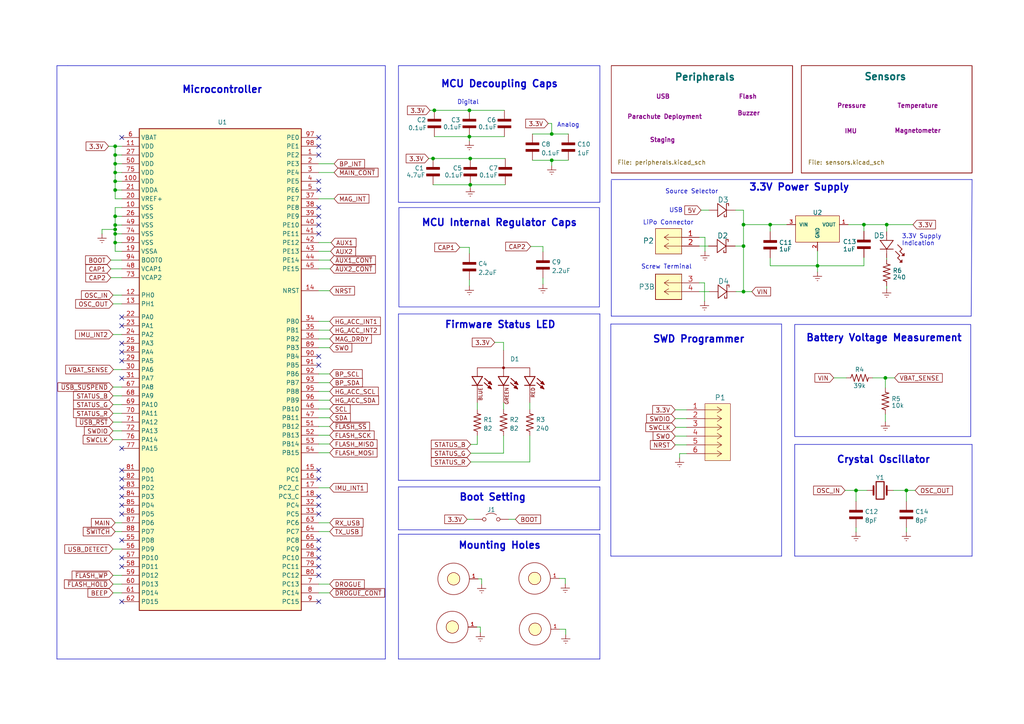
<source format=kicad_sch>
(kicad_sch (version 20230121) (generator eeschema)
  (paper "A4")
  (title_block (title "Flight Computer") (date "2022-05-30") (rev "1.0") (company "Sun Devil Rocketry") (comment 1 "Author: Colton Acosta"))
  (lib_symbols
    (symbol "Flight-Computer:Earth" (power) (pin_names (offset 0))
      (symbol "Earth_1_1"
        (pin power_in line (at 0 0 270) (length 0) hide (name "Earth") (number "1"))
      )
    )
    (symbol "Full-Flight-Computer:0530470610" (pin_names (offset 0.254) hide)
      (property "Reference" "P" (at 8.89 6.35 0))
      (symbol "0530470610_1_1"
        (pin passive line (at 0 0 0) (length 5.08) (name "1") (number "1"))
        (pin passive line (at 0 -2.54 0) (length 5.08) (name "2") (number "2"))
        (pin passive line (at 0 -5.08 0) (length 5.08) (name "3") (number "3"))
        (pin passive line (at 0 -7.62 0) (length 5.08) (name "4") (number "4"))
        (pin passive line (at 0 -10.16 0) (length 5.08) (name "5") (number "5"))
        (pin passive line (at 0 -12.7 0) (length 5.08) (name "6") (number "6"))
      )
    )
    (symbol "Full-Flight-Computer:1546551-4" (pin_names (offset 0.254) hide)
      (property "Reference" "P" (at 7.112 4.064 0))
      (symbol "1546551-4_1_1"
        (pin passive line (at 0 0 0) (length 5.08) (name "5") (number "1"))
        (pin passive line (at 0 -2.54 0) (length 5.08) (name "6") (number "2"))
      )
      (symbol "1546551-4_2_1"
        (pin passive line (at 0 0 0) (length 5.08) (name "5") (number "3"))
        (pin passive line (at 0 -2.54 0) (length 5.08) (name "6") (number "4"))
      )
    )
    (symbol "Full-Flight-Computer:AP7370-33Y-13" (pin_names (offset 1.016))
      (property "Reference" "U" (at -1.27 5.08 0))
      (symbol "AP7370-33Y-13_1_1"
        (pin power_out line (at 8.89 1.27 180) (length 2.54) (name "VOUT") (number "1"))
        (pin input line (at 0 -6.35 90) (length 2.54) (name "GND") (number "2"))
        (pin input line (at -8.89 1.27 0) (length 2.54) (name "VIN") (number "3"))
      )
    )
    (symbol "Full-Flight-Computer:B2B-PH-K-SLFSN_JST" (pin_names (offset 0.254) hide)
      (property "Reference" "P" (at 8.89 6.35 0))
      (symbol "B2B-PH-K-SLFSN_JST_1_1"
        (pin passive line (at 0 0 0) (length 5.08) (name "5") (number "1"))
        (pin passive line (at 0 -2.54 0) (length 5.08) (name "6") (number "2"))
      )
    )
    (symbol "Full-Flight-Computer:CAP_0402" (pin_numbers hide) (pin_names (offset 1.016) hide)
      (property "Reference" "C" (at -1.27 3.81 0))
      (property "Value" "CAP_0402" (at -4.826 -3.81 0))
      (symbol "CAP_0402_0_0"
        (pin passive line (at 3.81 0 180) (length 2.54) (name "~") (number "1"))
        (pin passive line (at -3.81 0 0) (length 2.54) (name "~") (number "2"))
      )
    )
    (symbol "Full-Flight-Computer:CAP_0603" (pin_numbers hide) (pin_names (offset 1.016) hide)
      (property "Reference" "C" (at -1.27 3.81 0))
      (property "Value" "CAP_0603" (at -3.81 -3.81 0))
      (symbol "CAP_0603_0_0"
        (pin passive line (at 3.81 0 180) (length 2.54) (name "~") (number "1"))
        (pin passive line (at -3.81 0 0) (length 2.54) (name "~") (number "2"))
      )
    )
    (symbol "Full-Flight-Computer:CLMVC-FKA-CL1D1L71BB7C3C3" (pin_numbers hide) (pin_names (offset 1.016) hide)
      (property "Reference" "D" (at 13.97 -1.27 0))
      (symbol "CLMVC-FKA-CL1D1L71BB7C3C3_0_0"
        (text "BLUE" (at 3.048 -6.096 0) (effects (font (size 1.016 1.016)) (justify left bottom)))
        (text "GREEN" (at 3.048 1.524 0) (effects (font (size 1.016 1.016)) (justify left bottom)))
        (text "RED" (at 3.048 9.144 0) (effects (font (size 1.016 1.016)) (justify left bottom)))
        (pin passive line (at -7.62 0 0) (length 5.08) (name "~") (number "1"))
        (pin passive line (at 7.62 -7.62 180) (length 5.08) (name "~") (number "2"))
        (pin passive line (at 7.62 0 180) (length 5.08) (name "~") (number "3"))
        (pin passive line (at 7.62 7.62 180) (length 5.08) (name "~") (number "4"))
      )
    )
    (symbol "Full-Flight-Computer:ECS-240-12-37B-CKY-TR" (pin_numbers hide) (pin_names (offset 1.016) hide)
      (property "Reference" "Y" (at 0 3.81 0))
      (symbol "ECS-240-12-37B-CKY-TR_1_1"
        (pin passive line (at -3.81 0 0) (length 1.27) (name "1") (number "1"))
        (pin no_connect line (at -3.175 5.08 270) (length 2.54) hide (name "") (number "2"))
        (pin passive line (at 3.81 0 180) (length 1.27) (name "3") (number "3"))
        (pin no_connect line (at -6.35 5.08 270) (length 2.54) hide (name "") (number "4"))
      )
    )
    (symbol "Full-Flight-Computer:Earth" (power) (pin_names (offset 0))
      (symbol "Earth_1_1"
        (pin power_in line (at 0 0 270) (length 0) hide (name "Earth") (number "1"))
      )
    )
    (symbol "Full-Flight-Computer:Jumper_NO" (pin_numbers hide) (pin_names (offset 0) hide)
      (property "Reference" "J" (at 0 2.794 0))
      (symbol "Jumper_NO_1_1"
        (pin passive line (at -5.08 0 0) (length 2.54) (name "A") (number "1"))
        (pin passive line (at 5.08 0 180) (length 2.54) (name "B") (number "2"))
      )
    )
    (symbol "Full-Flight-Computer:LTST-C191KGKT" (pin_numbers hide) (pin_names hide)
      (property "Reference" "D" (at 3.81 5.08 0))
      (symbol "LTST-C191KGKT_1_1"
        (pin passive line (at 0 -2.54 90) (length 1.27) (name "1") (number "1"))
        (pin passive line (at 0 5.08 270) (length 1.27) (name "2") (number "2"))
      )
    )
    (symbol "Full-Flight-Computer:Mounting-Hole-4-40" (pin_names (offset 1.016))
      (symbol "Mounting-Hole-4-40_1_1"
        (pin input line (at 7.112 0 180) (length 2.54) (name "") (number "1"))
      )
    )
    (symbol "Full-Flight-Computer:PMEG3010AESBYL" (pin_numbers hide) (pin_names hide)
      (property "Reference" "D" (at 0 4.445 0))
      (symbol "PMEG3010AESBYL_1_1"
        (pin passive line (at -3.81 0 0) (length 2.54) (name "~") (number "A"))
        (pin passive line (at 3.937 0 180) (length 2.54) (name "~") (number "C"))
      )
    )
    (symbol "Full-Flight-Computer:RES_0402" (pin_numbers hide) (pin_names (offset 1.016) hide)
      (property "Reference" "R" (at -1.27 1.27 0))
      (property "Value" "RES_0402" (at -3.81 -2.54 0))
      (symbol "RES_0402_0_0"
        (pin passive line (at -3.81 0 0) (length 1.27) (name "~") (number "1"))
        (pin passive line (at 3.81 0 180) (length 1.27) (name "~") (number "2"))
      )
    )
    (symbol "Full-Flight-Computer:STM32H750VBTx"
      (property "Reference" "U" (at -3.81 78.74 0))
      (symbol "STM32H750VBTx_1_1"
        (pin bidirectional line (at 27.94 66.04 180) (length 5.08) (name "PE2") (number "1"))
        (pin power_in line (at -29.21 50.8 0) (length 5.08) (name "VSS") (number "10"))
        (pin power_in line (at -29.21 58.42 0) (length 5.08) (name "VDD") (number "100"))
        (pin power_in line (at -29.21 68.58 0) (length 5.08) (name "VDD") (number "11"))
        (pin input line (at -29.21 25.4 0) (length 5.08) (name "PH0") (number "12"))
        (pin input line (at -29.21 22.86 0) (length 5.08) (name "PH1") (number "13"))
        (pin input line (at 27.94 26.67 180) (length 5.08) (name "NRST") (number "14"))
        (pin bidirectional line (at 27.94 -25.4 180) (length 5.08) (name "PC0") (number "15"))
        (pin bidirectional line (at 27.94 -27.94 180) (length 5.08) (name "PC1") (number "16"))
        (pin bidirectional line (at 27.94 -30.48 180) (length 5.08) (name "PC2_C") (number "17"))
        (pin bidirectional line (at 27.94 -33.02 180) (length 5.08) (name "PC3_C") (number "18"))
        (pin power_in line (at -29.21 38.1 0) (length 5.08) (name "VSSA") (number "19"))
        (pin bidirectional line (at 27.94 63.5 180) (length 5.08) (name "PE3") (number "2"))
        (pin power_in line (at -29.21 53.34 0) (length 5.08) (name "VREF+") (number "20"))
        (pin power_in line (at -29.21 55.88 0) (length 5.08) (name "VDDA") (number "21"))
        (pin bidirectional line (at -29.21 19.05 0) (length 5.08) (name "PA0") (number "22"))
        (pin bidirectional line (at -29.21 16.51 0) (length 5.08) (name "PA1") (number "23"))
        (pin bidirectional line (at -29.21 13.97 0) (length 5.08) (name "PA2") (number "24"))
        (pin bidirectional line (at -29.21 11.43 0) (length 5.08) (name "PA3") (number "25"))
        (pin power_in line (at -29.21 48.26 0) (length 5.08) (name "VSS") (number "26"))
        (pin power_in line (at -29.21 66.04 0) (length 5.08) (name "VDD") (number "27"))
        (pin bidirectional line (at -29.21 8.89 0) (length 5.08) (name "PA4") (number "28"))
        (pin bidirectional line (at -29.21 6.35 0) (length 5.08) (name "PA5") (number "29"))
        (pin bidirectional line (at 27.94 60.96 180) (length 5.08) (name "PE4") (number "3"))
        (pin bidirectional line (at -29.21 3.81 0) (length 5.08) (name "PA6") (number "30"))
        (pin bidirectional line (at -29.21 1.27 0) (length 5.08) (name "PA7") (number "31"))
        (pin bidirectional line (at 27.94 -35.56 180) (length 5.08) (name "PC4") (number "32"))
        (pin bidirectional line (at 27.94 -38.1 180) (length 5.08) (name "PC5") (number "33"))
        (pin bidirectional line (at 27.94 17.78 180) (length 5.08) (name "PB0") (number "34"))
        (pin bidirectional line (at 27.94 15.24 180) (length 5.08) (name "PB1") (number "35"))
        (pin bidirectional line (at 27.94 12.7 180) (length 5.08) (name "PB2") (number "36"))
        (pin bidirectional line (at 27.94 53.34 180) (length 5.08) (name "PE7") (number "37"))
        (pin bidirectional line (at 27.94 50.8 180) (length 5.08) (name "PE8") (number "38"))
        (pin bidirectional line (at 27.94 48.26 180) (length 5.08) (name "PE9") (number "39"))
        (pin bidirectional line (at 27.94 58.42 180) (length 5.08) (name "PE5") (number "4"))
        (pin bidirectional line (at 27.94 45.72 180) (length 5.08) (name "PE10") (number "40"))
        (pin bidirectional line (at 27.94 43.18 180) (length 5.08) (name "PE11") (number "41"))
        (pin bidirectional line (at 27.94 40.64 180) (length 5.08) (name "PE12") (number "42"))
        (pin bidirectional line (at 27.94 38.1 180) (length 5.08) (name "PE13") (number "43"))
        (pin bidirectional line (at 27.94 35.56 180) (length 5.08) (name "PE14") (number "44"))
        (pin bidirectional line (at 27.94 33.02 180) (length 5.08) (name "PE15") (number "45"))
        (pin bidirectional line (at 27.94 -7.62 180) (length 5.08) (name "PB10") (number "46"))
        (pin bidirectional line (at 27.94 -10.16 180) (length 5.08) (name "PB11") (number "47"))
        (pin passive line (at -29.21 33.02 0) (length 5.08) (name "VCAP1") (number "48"))
        (pin power_in line (at -29.21 45.72 0) (length 5.08) (name "VSS") (number "49"))
        (pin bidirectional line (at 27.94 55.88 180) (length 5.08) (name "PE6") (number "5"))
        (pin power_in line (at -29.21 63.5 0) (length 5.08) (name "VDD") (number "50"))
        (pin bidirectional line (at 27.94 -12.7 180) (length 5.08) (name "PB12") (number "51"))
        (pin bidirectional line (at 27.94 -15.24 180) (length 5.08) (name "PB13") (number "52"))
        (pin bidirectional line (at 27.94 -17.78 180) (length 5.08) (name "PB14") (number "53"))
        (pin bidirectional line (at 27.94 -20.32 180) (length 5.08) (name "PB15") (number "54"))
        (pin bidirectional line (at -29.21 -45.72 0) (length 5.08) (name "PD8") (number "55"))
        (pin bidirectional line (at -29.21 -48.26 0) (length 5.08) (name "PD9") (number "56"))
        (pin bidirectional line (at -29.21 -50.8 0) (length 5.08) (name "PD10") (number "57"))
        (pin bidirectional line (at -29.21 -53.34 0) (length 5.08) (name "PD11") (number "58"))
        (pin bidirectional line (at -29.21 -55.88 0) (length 5.08) (name "PD12") (number "59"))
        (pin power_in line (at -29.21 71.12 0) (length 5.08) (name "VBAT") (number "6"))
        (pin bidirectional line (at -29.21 -58.42 0) (length 5.08) (name "PD13") (number "60"))
        (pin bidirectional line (at -29.21 -60.96 0) (length 5.08) (name "PD14") (number "61"))
        (pin bidirectional line (at -29.21 -63.5 0) (length 5.08) (name "PD15") (number "62"))
        (pin bidirectional line (at 27.94 -40.64 180) (length 5.08) (name "PC6") (number "63"))
        (pin bidirectional line (at 27.94 -43.18 180) (length 5.08) (name "PC7") (number "64"))
        (pin bidirectional line (at 27.94 -45.72 180) (length 5.08) (name "PC8") (number "65"))
        (pin bidirectional line (at 27.94 -48.26 180) (length 5.08) (name "PC9") (number "66"))
        (pin bidirectional line (at -29.21 -1.27 0) (length 5.08) (name "PA8") (number "67"))
        (pin bidirectional line (at -29.21 -3.81 0) (length 5.08) (name "PA9") (number "68"))
        (pin bidirectional line (at -29.21 -6.35 0) (length 5.08) (name "PA10") (number "69"))
        (pin bidirectional line (at 27.94 -58.42 180) (length 5.08) (name "PC13") (number "7"))
        (pin bidirectional line (at -29.21 -8.89 0) (length 5.08) (name "PA11") (number "70"))
        (pin bidirectional line (at -29.21 -11.43 0) (length 5.08) (name "PA12") (number "71"))
        (pin bidirectional line (at -29.21 -13.97 0) (length 5.08) (name "PA13") (number "72"))
        (pin passive line (at -29.21 30.48 0) (length 5.08) (name "VCAP2") (number "73"))
        (pin power_in line (at -29.21 43.18 0) (length 5.08) (name "VSS") (number "74"))
        (pin power_in line (at -29.21 60.96 0) (length 5.08) (name "VDD") (number "75"))
        (pin bidirectional line (at -29.21 -16.51 0) (length 5.08) (name "PA14") (number "76"))
        (pin bidirectional line (at -29.21 -19.05 0) (length 5.08) (name "PA15") (number "77"))
        (pin bidirectional line (at 27.94 -50.8 180) (length 5.08) (name "PC10") (number "78"))
        (pin bidirectional line (at 27.94 -53.34 180) (length 5.08) (name "PC11") (number "79"))
        (pin bidirectional line (at 27.94 -60.96 180) (length 5.08) (name "PC14") (number "8"))
        (pin bidirectional line (at 27.94 -55.88 180) (length 5.08) (name "PC12") (number "80"))
        (pin bidirectional line (at -29.21 -25.4 0) (length 5.08) (name "PD0") (number "81"))
        (pin bidirectional line (at -29.21 -27.94 0) (length 5.08) (name "PD1") (number "82"))
        (pin bidirectional line (at -29.21 -30.48 0) (length 5.08) (name "PD2") (number "83"))
        (pin bidirectional line (at -29.21 -33.02 0) (length 5.08) (name "PD3") (number "84"))
        (pin bidirectional line (at -29.21 -35.56 0) (length 5.08) (name "PD4") (number "85"))
        (pin bidirectional line (at -29.21 -38.1 0) (length 5.08) (name "PD5") (number "86"))
        (pin bidirectional line (at -29.21 -40.64 0) (length 5.08) (name "PD6") (number "87"))
        (pin bidirectional line (at -29.21 -43.18 0) (length 5.08) (name "PD7") (number "88"))
        (pin bidirectional line (at 27.94 10.16 180) (length 5.08) (name "PB3") (number "89"))
        (pin bidirectional line (at 27.94 -63.5 180) (length 5.08) (name "PC15") (number "9"))
        (pin bidirectional line (at 27.94 7.62 180) (length 5.08) (name "PB4") (number "90"))
        (pin bidirectional line (at 27.94 5.08 180) (length 5.08) (name "PB5") (number "91"))
        (pin bidirectional line (at 27.94 2.54 180) (length 5.08) (name "PB6") (number "92"))
        (pin bidirectional line (at 27.94 0 180) (length 5.08) (name "PB7") (number "93"))
        (pin input line (at -29.21 35.56 0) (length 5.08) (name "BOOT0") (number "94"))
        (pin bidirectional line (at 27.94 -2.54 180) (length 5.08) (name "PB8") (number "95"))
        (pin bidirectional line (at 27.94 -5.08 180) (length 5.08) (name "PB9") (number "96"))
        (pin bidirectional line (at 27.94 71.12 180) (length 5.08) (name "PE0") (number "97"))
        (pin bidirectional line (at 27.94 68.58 180) (length 5.08) (name "PE1") (number "98"))
        (pin power_in line (at -29.21 40.64 0) (length 5.08) (name "VSS") (number "99"))
      )
    )
  )
  (junction (at 33.401 47.498))
  (junction (at 136.144 32.004))
  (junction (at 237.109 77.089))
  (junction (at 125.984 32.004))
  (junction (at 215.646 84.582))
  (junction (at 33.401 70.358))
  (junction (at 33.401 62.738))
  (junction (at 33.401 42.418))
  (junction (at 160.02 38.862))
  (junction (at 125.603 45.974))
  (junction (at 33.401 67.818))
  (junction (at 160.02 46.482))
  (junction (at 33.401 55.118))
  (junction (at 248.285 142.24))
  (junction (at 223.393 65.151))
  (junction (at 136.398 53.594))
  (junction (at 250.571 65.151))
  (junction (at 136.144 39.624))
  (junction (at 33.401 52.578))
  (junction (at 215.646 71.374))
  (junction (at 33.401 44.958))
  (junction (at 257.175 65.151))
  (junction (at 256.794 109.601))
  (junction (at 33.401 66.548))
  (junction (at 33.401 65.278))
  (junction (at 262.89 142.24))
  (junction (at 33.401 50.038))
  (junction (at 215.646 65.151))
  (junction (at 136.398 45.974))
  (no_connect (at 92.456 161.798))
  (no_connect (at 92.456 65.278))
  (no_connect (at 35.306 156.718))
  (no_connect (at 35.306 91.948))
  (no_connect (at 92.456 174.498))
  (no_connect (at 35.306 146.558))
  (no_connect (at 92.456 138.938))
  (no_connect (at 35.306 99.568))
  (no_connect (at 35.306 136.398))
  (no_connect (at 92.456 44.958))
  (no_connect (at 35.306 149.098))
  (no_connect (at 92.456 149.098))
  (no_connect (at 92.456 103.378))
  (no_connect (at 92.456 52.578))
  (no_connect (at 35.306 109.728))
  (no_connect (at 35.306 141.478))
  (no_connect (at 35.306 130.048))
  (no_connect (at 35.306 104.648))
  (no_connect (at 92.456 156.718))
  (no_connect (at 92.456 144.018))
  (no_connect (at 35.306 102.108))
  (no_connect (at 35.306 39.878))
  (no_connect (at 35.306 94.488))
  (no_connect (at 92.456 62.738))
  (no_connect (at 92.456 42.418))
  (no_connect (at 92.456 159.258))
  (no_connect (at 35.306 164.338))
  (no_connect (at 92.456 164.338))
  (no_connect (at 35.306 161.798))
  (no_connect (at 92.456 39.878))
  (no_connect (at 92.456 67.818))
  (no_connect (at 92.456 60.198))
  (no_connect (at 92.456 105.918))
  (no_connect (at 35.306 144.018))
  (no_connect (at 92.456 166.878))
  (no_connect (at 92.456 146.558))
  (no_connect (at 35.306 138.938))
  (no_connect (at 92.456 55.118))
  (no_connect (at 35.306 174.498))
  (no_connect (at 92.456 136.398))
  (polyline (pts (xy 173.99 91.059) (xy 173.99 139.319)))
  (wire (pts (xy 32.131 77.978) (xy 35.306 77.978)))
  (wire (pts (xy 262.89 142.24) (xy 262.89 145.415)))
  (wire (pts (xy 32.131 80.518) (xy 35.306 80.518)))
  (wire (pts (xy 136.144 71.755) (xy 136.144 73.533)))
  (wire (pts (xy 135.509 150.622) (xy 137.414 150.622)))
  (wire (pts (xy 92.456 75.438) (xy 95.758 75.438)))
  (wire (pts (xy 203.327 60.96) (xy 205.613 60.96)))
  (wire (pts (xy 146.05 99.314) (xy 146.05 101.6)))
  (wire (pts (xy 213.487 84.582) (xy 215.646 84.582)))
  (wire (pts (xy 35.306 72.898) (xy 33.401 72.898)))
  (wire (pts (xy 138.43 128.905) (xy 136.525 128.905)))
  (wire (pts (xy 215.646 60.96) (xy 213.36 60.96)))
  (polyline (pts (xy 115.57 19.05) (xy 173.99 19.05)))
  (wire (pts (xy 92.456 77.978) (xy 95.758 77.978)))
  (wire (pts (xy 33.401 55.118) (xy 33.401 52.578)))
  (wire (pts (xy 256.794 109.601) (xy 259.461 109.601)))
  (wire (pts (xy 257.175 75.311) (xy 257.175 74.803)))
  (wire (pts (xy 92.456 98.298) (xy 95.631 98.298)))
  (wire (pts (xy 33.401 44.958) (xy 35.306 44.958)))
  (wire (pts (xy 31.496 42.418) (xy 33.401 42.418)))
  (polyline (pts (xy 173.99 154.94) (xy 173.99 191.135)))
  (wire (pts (xy 33.401 70.358) (xy 33.401 67.818)))
  (wire (pts (xy 32.766 88.138) (xy 35.306 88.138)))
  (wire (pts (xy 33.401 57.658) (xy 33.401 55.118)))
  (polyline (pts (xy 111.76 191.135) (xy 16.51 191.135)))
  (wire (pts (xy 202.819 71.374) (xy 205.486 71.374)))
  (wire (pts (xy 202.819 84.582) (xy 205.74 84.582)))
  (wire (pts (xy 35.306 57.658) (xy 33.401 57.658)))
  (wire (pts (xy 256.794 109.601) (xy 256.794 112.522)))
  (wire (pts (xy 33.401 42.418) (xy 35.306 42.418)))
  (polyline (pts (xy 16.51 191.135) (xy 16.51 19.05)))
  (wire (pts (xy 136.144 81.153) (xy 136.144 82.931)))
  (wire (pts (xy 245.11 142.24) (xy 248.285 142.24)))
  (wire (pts (xy 248.285 142.24) (xy 251.46 142.24)))
  (wire (pts (xy 204.343 82.042) (xy 204.343 87.376)))
  (wire (pts (xy 257.175 65.151) (xy 264.795 65.151)))
  (wire (pts (xy 124.714 32.004) (xy 125.984 32.004)))
  (wire (pts (xy 33.401 60.198) (xy 35.306 60.198)))
  (wire (pts (xy 215.646 71.374) (xy 215.646 84.582)))
  (wire (pts (xy 32.131 75.438) (xy 35.306 75.438)))
  (wire (pts (xy 213.233 71.374) (xy 215.646 71.374)))
  (wire (pts (xy 32.766 169.418) (xy 35.306 169.418)))
  (wire (pts (xy 162.179 167.767) (xy 163.957 167.767)))
  (wire (pts (xy 136.144 32.004) (xy 146.304 32.004)))
  (wire (pts (xy 33.401 50.038) (xy 33.401 52.578)))
  (wire (pts (xy 223.393 65.151) (xy 223.393 67.183)))
  (polyline (pts (xy 281.686 91.694) (xy 177.292 91.694)))
  (wire (pts (xy 215.646 65.151) (xy 223.393 65.151)))
  (wire (pts (xy 92.456 141.478) (xy 95.631 141.478)))
  (wire (pts (xy 33.401 50.038) (xy 35.306 50.038)))
  (wire (pts (xy 92.456 100.838) (xy 95.631 100.838)))
  (wire (pts (xy 92.456 57.658) (xy 96.901 57.658)))
  (wire (pts (xy 248.285 142.24) (xy 248.285 145.415)))
  (wire (pts (xy 32.766 122.428) (xy 35.306 122.428)))
  (wire (pts (xy 223.393 77.089) (xy 223.393 74.803)))
  (wire (pts (xy 29.591 66.548) (xy 33.401 66.548)))
  (wire (pts (xy 92.456 154.178) (xy 95.631 154.178)))
  (polyline (pts (xy 177.165 93.98) (xy 226.695 93.98)))
  (wire (pts (xy 138.303 181.864) (xy 139.319 181.864)))
  (wire (pts (xy 95.631 95.758) (xy 92.456 95.758)))
  (wire (pts (xy 92.456 121.158) (xy 95.631 121.158)))
  (wire (pts (xy 241.808 109.601) (xy 245.491 109.601)))
  (polyline (pts (xy 115.57 154.94) (xy 173.99 154.94)))
  (wire (pts (xy 92.456 113.538) (xy 95.631 113.538)))
  (wire (pts (xy 92.456 151.638) (xy 95.631 151.638)))
  (polyline (pts (xy 115.57 141.224) (xy 173.99 141.224)))
  (wire (pts (xy 195.834 129.032) (xy 199.136 129.032)))
  (polyline (pts (xy 281.94 52.07) (xy 281.686 91.694)))
  (wire (pts (xy 139.319 181.864) (xy 139.319 183.388)))
  (wire (pts (xy 147.574 150.622) (xy 149.479 150.622)))
  (wire (pts (xy 138.684 167.894) (xy 139.7 167.894)))
  (polyline (pts (xy 173.99 191.135) (xy 115.57 191.135)))
  (wire (pts (xy 35.306 67.818) (xy 33.401 67.818)))
  (wire (pts (xy 35.306 127.508) (xy 32.766 127.508)))
  (wire (pts (xy 32.766 119.888) (xy 35.306 119.888)))
  (wire (pts (xy 32.893 107.188) (xy 35.306 107.188)))
  (polyline (pts (xy 115.57 91.059) (xy 173.99 91.059)))
  (wire (pts (xy 162.306 182.499) (xy 164.084 182.499)))
  (wire (pts (xy 223.393 77.089) (xy 237.109 77.089)))
  (wire (pts (xy 146.05 116.84) (xy 146.05 118.745)))
  (wire (pts (xy 136.398 53.594) (xy 146.558 53.594)))
  (polyline (pts (xy 19.685 19.05) (xy 111.76 19.05)))
  (wire (pts (xy 33.401 72.898) (xy 33.401 70.358)))
  (wire (pts (xy 125.603 53.594) (xy 136.398 53.594)))
  (wire (pts (xy 157.48 71.501) (xy 157.48 73.025)))
  (polyline (pts (xy 115.57 58.674) (xy 115.57 19.05)))
  (wire (pts (xy 35.306 124.968) (xy 32.766 124.968)))
  (polyline (pts (xy 115.57 91.059) (xy 115.57 139.319)))
  (wire (pts (xy 32.766 159.258) (xy 35.306 159.258)))
  (wire (pts (xy 136.144 39.624) (xy 136.144 40.894)))
  (wire (pts (xy 92.456 123.698) (xy 95.631 123.698)))
  (wire (pts (xy 199.136 131.572) (xy 197.104 131.572)))
  (wire (pts (xy 197.104 131.572) (xy 197.104 132.842)))
  (wire (pts (xy 92.456 110.998) (xy 95.631 110.998)))
  (wire (pts (xy 33.401 47.498) (xy 33.401 50.038)))
  (wire (pts (xy 164.084 182.499) (xy 164.084 184.023)))
  (wire (pts (xy 195.834 126.492) (xy 199.136 126.492)))
  (wire (pts (xy 253.111 109.601) (xy 256.794 109.601)))
  (wire (pts (xy 237.109 77.089) (xy 237.109 78.867)))
  (wire (pts (xy 125.603 45.974) (xy 136.398 45.974)))
  (polyline (pts (xy 281.94 128.905) (xy 281.94 161.29)))
  (polyline (pts (xy 111.76 19.05) (xy 111.76 191.135)))
  (wire (pts (xy 32.766 166.878) (xy 35.306 166.878)))
  (wire (pts (xy 202.819 68.834) (xy 204.47 68.834)))
  (polyline (pts (xy 16.51 19.05) (xy 19.685 19.05)))
  (wire (pts (xy 32.766 112.268) (xy 35.306 112.268)))
  (wire (pts (xy 92.456 171.958) (xy 95.631 171.958)))
  (wire (pts (xy 136.525 133.985) (xy 153.67 133.985)))
  (wire (pts (xy 160.02 35.814) (xy 160.02 38.862)))
  (wire (pts (xy 195.961 123.952) (xy 199.136 123.952)))
  (wire (pts (xy 153.924 71.501) (xy 157.48 71.501)))
  (wire (pts (xy 92.456 72.898) (xy 95.885 72.898)))
  (wire (pts (xy 125.984 32.004) (xy 136.144 32.004)))
  (polyline (pts (xy 177.165 93.98) (xy 177.165 161.29)))
  (wire (pts (xy 124.333 45.974) (xy 125.603 45.974)))
  (wire (pts (xy 237.109 72.771) (xy 237.109 77.089)))
  (wire (pts (xy 250.571 77.089) (xy 237.109 77.089)))
  (polyline (pts (xy 177.292 52.324) (xy 177.292 91.694)))
  (wire (pts (xy 160.02 46.482) (xy 164.846 46.482)))
  (wire (pts (xy 215.646 65.151) (xy 215.646 60.96)))
  (wire (pts (xy 133.35 71.755) (xy 136.144 71.755)))
  (wire (pts (xy 35.306 65.278) (xy 33.401 65.278)))
  (wire (pts (xy 138.43 126.365) (xy 138.43 128.905)))
  (wire (pts (xy 92.456 118.618) (xy 95.631 118.618)))
  (wire (pts (xy 29.591 67.818) (xy 29.591 66.548)))
  (polyline (pts (xy 177.292 52.07) (xy 281.94 52.07)))
  (wire (pts (xy 250.571 65.151) (xy 257.175 65.151)))
  (polyline (pts (xy 173.99 19.05) (xy 173.99 58.674)))
  (wire (pts (xy 256.794 120.142) (xy 256.794 122.301)))
  (wire (pts (xy 125.984 39.624) (xy 136.144 39.624)))
  (polyline (pts (xy 115.57 58.674) (xy 173.99 58.674)))
  (wire (pts (xy 250.571 65.151) (xy 250.571 67.056)))
  (wire (pts (xy 223.393 65.151) (xy 228.219 65.151)))
  (wire (pts (xy 257.175 82.931) (xy 257.175 83.693)))
  (wire (pts (xy 250.571 74.676) (xy 250.571 77.089)))
  (wire (pts (xy 153.67 116.84) (xy 153.67 118.745)))
  (wire (pts (xy 139.7 167.894) (xy 139.7 169.418)))
  (polyline (pts (xy 226.695 161.29) (xy 177.165 161.29)))
  (wire (pts (xy 257.175 67.183) (xy 257.175 65.151)))
  (wire (pts (xy 245.999 65.151) (xy 250.571 65.151)))
  (polyline (pts (xy 230.505 128.905) (xy 230.505 161.29)))
  (wire (pts (xy 32.766 97.028) (xy 35.306 97.028)))
  (wire (pts (xy 33.401 42.418) (xy 33.401 44.958)))
  (wire (pts (xy 215.646 84.582) (xy 218.059 84.582)))
  (wire (pts (xy 153.67 133.985) (xy 153.67 126.365)))
  (wire (pts (xy 35.306 62.738) (xy 33.401 62.738)))
  (wire (pts (xy 259.08 142.24) (xy 262.89 142.24)))
  (wire (pts (xy 33.401 67.818) (xy 33.401 66.548)))
  (polyline (pts (xy 173.99 153.67) (xy 115.57 153.67)))
  (wire (pts (xy 136.398 45.974) (xy 146.558 45.974)))
  (wire (pts (xy 138.43 116.84) (xy 138.43 118.745)))
  (wire (pts (xy 92.456 50.038) (xy 96.901 50.038)))
  (wire (pts (xy 136.144 39.624) (xy 146.304 39.624)))
  (wire (pts (xy 95.631 93.218) (xy 92.456 93.218)))
  (wire (pts (xy 33.401 44.958) (xy 33.401 47.498)))
  (wire (pts (xy 159.004 35.814) (xy 160.02 35.814)))
  (polyline (pts (xy 281.94 161.29) (xy 230.505 161.29)))
  (wire (pts (xy 95.631 131.318) (xy 92.456 131.318)))
  (wire (pts (xy 92.456 126.238) (xy 95.631 126.238)))
  (wire (pts (xy 154.432 46.482) (xy 160.02 46.482)))
  (wire (pts (xy 136.525 131.445) (xy 146.05 131.445)))
  (wire (pts (xy 136.398 53.594) (xy 136.398 54.356)))
  (wire (pts (xy 33.401 62.738) (xy 33.401 60.198)))
  (wire (pts (xy 262.89 142.24) (xy 265.43 142.24)))
  (wire (pts (xy 262.89 153.035) (xy 262.89 154.305)))
  (wire (pts (xy 33.401 65.278) (xy 33.401 62.738)))
  (wire (pts (xy 160.02 46.482) (xy 160.02 48.006)))
  (polyline (pts (xy 115.57 141.224) (xy 115.57 153.67)))
  (wire (pts (xy 157.48 80.645) (xy 157.48 82.423)))
  (wire (pts (xy 92.456 116.078) (xy 95.631 116.078)))
  (wire (pts (xy 154.432 38.862) (xy 160.02 38.862)))
  (polyline (pts (xy 173.99 139.319) (xy 115.57 139.319)))
  (wire (pts (xy 195.834 118.872) (xy 199.136 118.872)))
  (wire (pts (xy 92.456 169.418) (xy 95.631 169.418)))
  (polyline (pts (xy 226.695 93.98) (xy 226.695 161.29)))
  (wire (pts (xy 33.401 151.638) (xy 35.306 151.638)))
  (polyline (pts (xy 173.99 141.224) (xy 173.99 153.67)))
  (wire (pts (xy 35.306 70.358) (xy 33.401 70.358)))
  (wire (pts (xy 33.401 55.118) (xy 35.306 55.118)))
  (wire (pts (xy 92.456 47.498) (xy 96.901 47.498)))
  (wire (pts (xy 215.646 65.151) (xy 215.646 71.374)))
  (wire (pts (xy 32.766 171.958) (xy 35.306 171.958)))
  (wire (pts (xy 163.957 167.767) (xy 163.957 169.291)))
  (wire (pts (xy 33.401 52.578) (xy 35.306 52.578)))
  (wire (pts (xy 143.51 99.314) (xy 146.05 99.314)))
  (wire (pts (xy 95.631 128.778) (xy 92.456 128.778)))
  (wire (pts (xy 248.285 153.035) (xy 248.285 154.305)))
  (wire (pts (xy 202.819 82.042) (xy 204.343 82.042)))
  (wire (pts (xy 146.05 131.445) (xy 146.05 126.365)))
  (wire (pts (xy 33.401 154.178) (xy 35.306 154.178)))
  (wire (pts (xy 195.834 121.412) (xy 199.136 121.412)))
  (wire (pts (xy 92.456 70.358) (xy 96.012 70.358)))
  (wire (pts (xy 32.766 85.598) (xy 35.306 85.598)))
  (polyline (pts (xy 115.57 154.94) (xy 115.57 191.135)))
  (wire (pts (xy 33.401 66.548) (xy 33.401 65.278)))
  (wire (pts (xy 32.766 117.348) (xy 35.306 117.348)))
  (wire (pts (xy 160.02 38.862) (xy 164.846 38.862)))
  (wire (pts (xy 92.456 84.328) (xy 95.631 84.328)))
  (wire (pts (xy 92.456 108.458) (xy 95.631 108.458)))
  (polyline (pts (xy 230.505 128.905) (xy 281.94 128.905)))
  (wire (pts (xy 32.766 114.808) (xy 35.306 114.808)))
  (wire (pts (xy 33.401 47.498) (xy 35.306 47.498)))
  (wire (pts (xy 204.47 68.834) (xy 204.47 72.898)))
  (rectangle (start 230.505 94.107) (end 281.559 126.619))
  (rectangle (start 115.697 60.198) (end 173.863 89.027))
  (text "Crystal Oscillator" (at 242.57 134.62 0) (effects (font (size 2.032 2.032) (thickness 0.4064) bold) (justify left bottom)))
  (text "USB" (at 194.056 61.849 0) (effects (font (size 1.27 1.27)) (justify left bottom)))
  (text "3.3V Power Supply" (at 217.17 55.626 0) (effects (font (size 2.032 2.032) (thickness 0.4064) bold) (justify left bottom)))
  (text "MCU Internal Regulator Caps" (at 122.174 65.913 0) (effects (font (size 2.032 2.032) (thickness 0.4064) bold) (justify left bottom)))
  (text "Firmware Status LED" (at 128.905 95.504 0) (effects (font (size 2.032 2.032) (thickness 0.4064) bold) (justify left bottom)))
  (text "Source Selector" (at 192.913 56.388 0) (effects (font (size 1.27 1.27)) (justify left bottom)))
  (text "LiPo Connector" (at 186.436 65.405 0) (effects (font (size 1.27 1.27)) (justify left bottom)))
  (text "MCU Decoupling Caps" (at 127.762 25.654 0) (effects (font (size 2.032 2.032) (thickness 0.4064) bold) (justify left bottom)))
  (text "Boot Setting" (at 133.096 145.542 0) (effects (font (size 2.032 2.032) (thickness 0.4064) bold) (justify left bottom)))
  (text "Mounting Holes" (at 132.842 159.512 0) (effects (font (size 2.032 2.032) (thickness 0.4064) bold) (justify left bottom)))
  (text "3.3V Supply\nIndication" (at 261.5438 71.4502 0) (effects (font (size 1.27 1.27)) (justify left bottom)))
  (text "Analog" (at 161.544 37.084 0) (effects (font (size 1.27 1.27)) (justify left bottom)))
  (text "Microcontroller" (at 52.705 27.305 0) (effects (font (size 2.032 2.032) (thickness 0.4064) bold) (justify left bottom)))
  (text "Screw Terminal" (at 185.928 78.232 0) (effects (font (size 1.27 1.27)) (justify left bottom)))
  (text "Digital" (at 132.588 30.48 0) (effects (font (size 1.27 1.27)) (justify left bottom)))
  (text "SWD Programmer" (at 189.23 99.695 0) (effects (font (size 2.032 2.032) (thickness 0.4064) bold) (justify left bottom)))
  (text "Battery Voltage Measurement" (at 233.68 99.314 0) (effects (font (size 2.032 2.032) (thickness 0.4064) bold) (justify left bottom)))
  (global_label "SWCLK" (shape input) (at 195.961 123.952 180) (property "Intersheetrefs" "${INTERSHEET_REFS}" (effects hide)))
  (global_label "~{AUX1_CONT}" (shape input) (at 95.758 75.438 0) (property "Intersheetrefs" "${INTERSHEET_REFS}" (effects hide)))
  (global_label "SWDIO" (shape input) (at 32.766 124.968 180) (property "Intersheetrefs" "${INTERSHEET_REFS}" (effects hide)))
  (global_label "3.3V" (shape input) (at 143.51 99.314 180) (property "Intersheetrefs" "${INTERSHEET_REFS}" (effects hide)))
  (global_label "HG_ACC_SDA" (shape input) (at 95.631 116.078 0) (property "Intersheetrefs" "${INTERSHEET_REFS}" (effects hide)))
  (global_label "3.3V" (shape input) (at 124.714 32.004 180) (property "Intersheetrefs" "${INTERSHEET_REFS}" (effects hide)))
  (global_label "~{USB_SUSPEND}" (shape input) (at 32.766 112.268 180) (property "Intersheetrefs" "${INTERSHEET_REFS}" (effects hide)))
  (global_label "IMU_INT1" (shape input) (at 95.631 141.478 0) (property "Intersheetrefs" "${INTERSHEET_REFS}" (effects hide)))
  (global_label "BOOT" (shape input) (at 149.479 150.622 0) (property "Intersheetrefs" "${INTERSHEET_REFS}" (effects hide)))
  (global_label "FLASH_SCK" (shape input) (at 95.631 126.238 0) (property "Intersheetrefs" "${INTERSHEET_REFS}" (effects hide)))
  (global_label "~{FLASH_WP}" (shape input) (at 32.766 166.878 180) (property "Intersheetrefs" "${INTERSHEET_REFS}" (effects hide)))
  (global_label "VIN" (shape input) (at 218.059 84.582 0) (property "Intersheetrefs" "${INTERSHEET_REFS}" (effects hide)))
  (global_label "HG_ACC_INT1" (shape input) (at 95.631 93.218 0) (property "Intersheetrefs" "${INTERSHEET_REFS}" (effects hide)))
  (global_label "BP_SCL" (shape input) (at 95.631 108.458 0) (property "Intersheetrefs" "${INTERSHEET_REFS}" (effects hide)))
  (global_label "FLASH_MISO" (shape input) (at 95.631 128.778 0) (property "Intersheetrefs" "${INTERSHEET_REFS}" (effects hide)))
  (global_label "DROGUE" (shape input) (at 95.631 169.418 0) (property "Intersheetrefs" "${INTERSHEET_REFS}" (effects hide)))
  (global_label "STATUS_G" (shape input) (at 136.525 131.445 180) (property "Intersheetrefs" "${INTERSHEET_REFS}" (effects hide)))
  (global_label "OSC_IN" (shape input) (at 32.766 85.598 180) (property "Intersheetrefs" "${INTERSHEET_REFS}" (effects hide)))
  (global_label "VIN" (shape input) (at 241.808 109.601 180) (property "Intersheetrefs" "${INTERSHEET_REFS}" (effects hide)))
  (global_label "~{FLASH_HOLD}" (shape input) (at 32.766 169.418 180) (property "Intersheetrefs" "${INTERSHEET_REFS}" (effects hide)))
  (global_label "BOOT" (shape input) (at 32.131 75.438 180) (property "Intersheetrefs" "${INTERSHEET_REFS}" (effects hide)))
  (global_label "SWDIO" (shape input) (at 195.834 121.412 180) (property "Intersheetrefs" "${INTERSHEET_REFS}" (effects hide)))
  (global_label "AUX2" (shape input) (at 95.885 72.898 0) (property "Intersheetrefs" "${INTERSHEET_REFS}" (effects hide)))
  (global_label "SDA" (shape input) (at 95.631 121.158 0) (property "Intersheetrefs" "${INTERSHEET_REFS}" (effects hide)))
  (global_label "VBAT_SENSE" (shape input) (at 32.893 107.188 180) (property "Intersheetrefs" "${INTERSHEET_REFS}" (effects hide)))
  (global_label "STATUS_B" (shape input) (at 32.766 114.808 180) (property "Intersheetrefs" "${INTERSHEET_REFS}" (effects hide)))
  (global_label "SWO" (shape input) (at 95.631 100.838 0) (property "Intersheetrefs" "${INTERSHEET_REFS}" (effects hide)))
  (global_label "HG_ACC_INT2" (shape input) (at 95.631 95.758 0) (property "Intersheetrefs" "${INTERSHEET_REFS}" (effects hide)))
  (global_label "~{USB_RST}" (shape input) (at 32.766 122.428 180) (property "Intersheetrefs" "${INTERSHEET_REFS}" (effects hide)))
  (global_label "OSC_OUT" (shape input) (at 265.43 142.24 0) (property "Intersheetrefs" "${INTERSHEET_REFS}" (effects hide)))
  (global_label "BP_SDA" (shape input) (at 95.631 110.998 0) (property "Intersheetrefs" "${INTERSHEET_REFS}" (effects hide)))
  (global_label "SWCLK" (shape input) (at 32.766 127.508 180) (property "Intersheetrefs" "${INTERSHEET_REFS}" (effects hide)))
  (global_label "BEEP" (shape input) (at 32.766 171.958 180) (property "Intersheetrefs" "${INTERSHEET_REFS}" (effects hide)))
  (global_label "~{FLASH_SS}" (shape input) (at 95.631 123.698 0) (property "Intersheetrefs" "${INTERSHEET_REFS}" (effects hide)))
  (global_label "AUX1" (shape input) (at 96.012 70.358 0) (property "Intersheetrefs" "${INTERSHEET_REFS}" (effects hide)))
  (global_label "RX_USB" (shape input) (at 95.631 151.638 0) (property "Intersheetrefs" "${INTERSHEET_REFS}" (effects hide)))
  (global_label "SCL" (shape input) (at 95.631 118.618 0) (property "Intersheetrefs" "${INTERSHEET_REFS}" (effects hide)))
  (global_label "OSC_OUT" (shape input) (at 32.766 88.138 180) (property "Intersheetrefs" "${INTERSHEET_REFS}" (effects hide)))
  (global_label "IMU_INT2" (shape input) (at 32.766 97.028 180) (property "Intersheetrefs" "${INTERSHEET_REFS}" (effects hide)))
  (global_label "CAP2" (shape input) (at 153.924 71.501 180) (property "Intersheetrefs" "${INTERSHEET_REFS}" (effects hide)))
  (global_label "3.3V" (shape input) (at 31.496 42.418 180) (property "Intersheetrefs" "${INTERSHEET_REFS}" (effects hide)))
  (global_label "STATUS_R" (shape input) (at 32.766 119.888 180) (property "Intersheetrefs" "${INTERSHEET_REFS}" (effects hide)))
  (global_label "CAP1" (shape input) (at 32.131 77.978 180) (property "Intersheetrefs" "${INTERSHEET_REFS}" (effects hide)))
  (global_label "3.3V" (shape input) (at 135.509 150.622 180) (property "Intersheetrefs" "${INTERSHEET_REFS}" (effects hide)))
  (global_label "BP_INT" (shape input) (at 96.901 47.498 0) (property "Intersheetrefs" "${INTERSHEET_REFS}" (effects hide)))
  (global_label "MAG_INT" (shape input) (at 96.901 57.658 0) (property "Intersheetrefs" "${INTERSHEET_REFS}" (effects hide)))
  (global_label "STATUS_B" (shape input) (at 136.525 128.905 180) (property "Intersheetrefs" "${INTERSHEET_REFS}" (effects hide)))
  (global_label "FLASH_MOSI" (shape input) (at 95.631 131.318 0) (property "Intersheetrefs" "${INTERSHEET_REFS}" (effects hide)))
  (global_label "TX_USB" (shape input) (at 95.631 154.178 0) (property "Intersheetrefs" "${INTERSHEET_REFS}" (effects hide)))
  (global_label "CAP2" (shape input) (at 32.131 80.518 180) (property "Intersheetrefs" "${INTERSHEET_REFS}" (effects hide)))
  (global_label "STATUS_G" (shape input) (at 32.766 117.348 180) (property "Intersheetrefs" "${INTERSHEET_REFS}" (effects hide)))
  (global_label "3.3V" (shape input) (at 195.834 118.872 180) (property "Intersheetrefs" "${INTERSHEET_REFS}" (effects hide)))
  (global_label "OSC_IN" (shape input) (at 245.11 142.24 180) (property "Intersheetrefs" "${INTERSHEET_REFS}" (effects hide)))
  (global_label "NRST" (shape input) (at 195.834 129.032 180) (property "Intersheetrefs" "${INTERSHEET_REFS}" (effects hide)))
  (global_label "VBAT_SENSE" (shape input) (at 259.461 109.601 0) (property "Intersheetrefs" "${INTERSHEET_REFS}" (effects hide)))
  (global_label "5V" (shape input) (at 203.327 60.96 180) (property "Intersheetrefs" "${INTERSHEET_REFS}" (effects hide)))
  (global_label "SWO" (shape input) (at 195.834 126.492 180) (property "Intersheetrefs" "${INTERSHEET_REFS}" (effects hide)))
  (global_label "~{MAIN_CONT}" (shape input) (at 96.901 50.038 0) (property "Intersheetrefs" "${INTERSHEET_REFS}" (effects hide)))
  (global_label "~{AUX2_CONT}" (shape input) (at 95.758 77.978 0) (property "Intersheetrefs" "${INTERSHEET_REFS}" (effects hide)))
  (global_label "CAP1" (shape input) (at 133.35 71.755 180) (property "Intersheetrefs" "${INTERSHEET_REFS}" (effects hide)))
  (global_label "MAG_DRDY" (shape input) (at 95.631 98.298 0) (property "Intersheetrefs" "${INTERSHEET_REFS}" (effects hide)))
  (global_label "HG_ACC_SCL" (shape input) (at 95.631 113.538 0) (property "Intersheetrefs" "${INTERSHEET_REFS}" (effects hide)))
  (global_label "3.3V" (shape input) (at 159.004 35.814 180) (property "Intersheetrefs" "${INTERSHEET_REFS}" (effects hide)))
  (global_label "MAIN" (shape input) (at 33.401 151.638 180) (property "Intersheetrefs" "${INTERSHEET_REFS}" (effects hide)))
  (global_label "NRST" (shape input) (at 95.631 84.328 0) (property "Intersheetrefs" "${INTERSHEET_REFS}" (effects hide)))
  (global_label "USB_DETECT" (shape input) (at 32.766 159.258 180) (property "Intersheetrefs" "${INTERSHEET_REFS}" (effects hide)))
  (global_label "~{SWITCH}" (shape input) (at 33.401 154.178 180) (property "Intersheetrefs" "${INTERSHEET_REFS}" (effects hide)))
  (global_label "~{DROGUE_CONT}" (shape input) (at 95.631 171.958 0) (property "Intersheetrefs" "${INTERSHEET_REFS}" (effects hide)))
  (global_label "3.3V" (shape input) (at 124.333 45.974 180) (property "Intersheetrefs" "${INTERSHEET_REFS}" (effects hide)))
  (global_label "3.3V" (shape input) (at 264.795 65.151 0) (property "Intersheetrefs" "${INTERSHEET_REFS}" (effects hide)))
  (global_label "STATUS_R" (shape input) (at 136.525 133.985 180) (property "Intersheetrefs" "${INTERSHEET_REFS}" (effects hide)))
  (symbol (lib_id "Full-Flight-Computer:STM32H750VBTx") (at 64.516 110.998 0) (unit 1)
    (property "Reference" "U1" (at 64.516 35.433 0))
    (property "Value" "STM32H750VBTx" (effects hide))
    (property "Footprint" "Full-Flight-Computer:STM32H750VBT6" (effects hide))
    (property "Datasheet" "https://www.st.com/resource/en/datasheet/stm32h750ib.pdf" (effects hide))
  )
  (symbol (lib_id "Full-Flight-Computer:RES_0402") (at 146.05 122.555 90) (unit 1)
    (property "Reference" "R2" (at 147.8026 121.7203 90) (effects (justify right)))
    (property "Value" "82" (at 147.8026 124.2572 90) (effects (justify right)))
    (property "Footprint" "Full-Flight-Computer:RES_0402" (effects hide))
  )
  (symbol (lib_id "Full-Flight-Computer:Earth") (at 136.144 40.894 0) (unit 1)
    (property "Reference" "#PWR02" (effects hide))
    (property "Value" "Earth" (effects hide))
  )
  (symbol (lib_id "Full-Flight-Computer:RES_0402") (at 249.301 109.601 0) (unit 1)
    (property "Reference" "R4" (at 249.301 107.188 0))
    (property "Value" "39k" (at 249.301 111.887 0))
    (property "Footprint" "Full-Flight-Computer:RES_0402" (effects hide))
  )
  (symbol (lib_id "Full-Flight-Computer:Mounting-Hole-4-40") (at 131.572 167.894 0) (unit 1)
    (property "Reference" "H2" (effects hide))
    (property "Value" "Mounting-Hole-4-40" (effects hide))
    (property "Footprint" "Full-Flight-Computer:MountingHole_4-40" (effects hide))
  )
  (symbol (lib_id "Full-Flight-Computer:Mounting-Hole-4-40") (at 131.191 181.864 0) (unit 1)
    (property "Reference" "H1" (effects hide))
    (property "Value" "Mounting-Hole-4-40" (effects hide))
    (property "Footprint" "Full-Flight-Computer:MountingHole_4-40" (effects hide))
  )
  (symbol (lib_id "Full-Flight-Computer:Earth") (at 160.02 48.006 0) (unit 1)
    (property "Reference" "#PWR08" (effects hide))
    (property "Value" "Earth" (effects hide))
  )
  (symbol (lib_id "Full-Flight-Computer:Earth") (at 204.47 72.898 0) (unit 1)
    (property "Reference" "#PWR013" (effects hide))
    (property "Value" "Earth" (effects hide))
  )
  (symbol (lib_id "Full-Flight-Computer:Earth") (at 136.398 54.356 0) (unit 1)
    (property "Reference" "#PWR04" (effects hide))
    (property "Value" "Earth" (effects hide))
  )
  (symbol (lib_id "Full-Flight-Computer:Mounting-Hole-4-40") (at 155.194 182.499 0) (unit 1)
    (property "Reference" "H4" (effects hide))
    (property "Value" "Mounting-Hole" (effects hide))
    (property "Footprint" "Full-Flight-Computer:MountingHole_4-40" (effects hide))
  )
  (symbol (lib_id "Full-Flight-Computer:Earth") (at 237.109 78.867 0) (unit 1)
    (property "Reference" "#PWR014" (effects hide))
    (property "Value" "Earth" (effects hide))
  )
  (symbol (lib_id "Flight-Computer:Earth") (at 157.48 82.423 0) (unit 1)
    (property "Reference" "#PWR07" (effects hide))
    (property "Value" "Earth" (effects hide))
  )
  (symbol (lib_id "Full-Flight-Computer:B2B-PH-K-SLFSN_JST") (at 202.819 68.834 0) (mirror y) (unit 1)
    (property "Reference" "P2" (at 188.087 69.85 0) (effects (font (size 1.524 1.524))))
    (property "Value" "B2B-PH-K-SLFSN_JST" (effects hide))
    (property "Footprint" "Full-Flight-Computer:B2B-PH-K-SLFSN_JST" (effects hide))
  )
  (symbol (lib_id "Full-Flight-Computer:ECS-240-12-37B-CKY-TR") (at 255.27 142.24 0) (unit 1)
    (property "Reference" "Y1" (at 255.27 138.5118 0))
    (property "Value" "ECS-240-18-33-JGN-TR" (effects hide))
    (property "Footprint" "Full-Flight-Computer:ECS-240-12-37B-CKY-TR" (effects hide))
  )
  (symbol (lib_id "Full-Flight-Computer:LTST-C191KGKT") (at 257.175 72.263 0) (unit 1)
    (property "Reference" "D5" (at 253.365 68.326 0) (effects (font (size 1.524 1.524)) (justify left)))
    (property "Value" "LTST-C191KGKT" (effects hide))
    (property "Footprint" "Full-Flight-Computer:LTST-C191KGKT" (effects hide))
  )
  (symbol (lib_id "Full-Flight-Computer:CAP_0603") (at 146.558 49.784 90) (unit 1)
    (property "Reference" "C7" (at 141.732 48.768 90) (effects (justify right)))
    (property "Value" "0.1uF" (at 138.938 50.8 90) (effects (justify right)))
    (property "Footprint" "Full-Flight-Computer:CAP_0603" (effects hide))
  )
  (symbol (lib_id "Full-Flight-Computer:Earth") (at 164.084 184.023 0) (unit 1)
    (property "Reference" "#PWR010" (effects hide))
    (property "Value" "Earth" (effects hide))
  )
  (symbol (lib_id "Full-Flight-Computer:CAP_0402") (at 154.432 42.672 90) (unit 1)
    (property "Reference" "C8" (at 156.972 41.8373 90) (effects (justify right)))
    (property "Value" "0.1uF" (at 156.972 44.3742 90) (effects (justify right)))
    (property "Footprint" "Full-Flight-Computer:CAP_0402" (effects hide))
  )
  (symbol (lib_id "Full-Flight-Computer:CLMVC-FKA-CL1D1L71BB7C3C3") (at 146.05 109.22 270) (unit 1)
    (property "Reference" "D1" (at 147.955 104.14 90) (effects (justify left)))
    (property "Value" "CLMVC-FKA-CL1D1L71BB7C3C3" (effects hide))
    (property "Footprint" "Full-Flight-Computer:CLMVC-FKA-CL1D1L71BB7C3C3" (effects hide))
  )
  (symbol (lib_id "Full-Flight-Computer:Earth") (at 204.343 87.376 0) (unit 1)
    (property "Reference" "#PWR012" (effects hide))
    (property "Value" "Earth" (effects hide))
  )
  (symbol (lib_id "Full-Flight-Computer:PMEG3010AESBYL") (at 209.423 60.96 0) (unit 1)
    (property "Reference" "D3" (at 209.7405 57.9515 0) (effects (font (size 1.524 1.524))))
    (property "Value" "PMEG3010AESBYL" (effects hide))
    (property "Footprint" "Full-Flight-Computer:PMEG3010AESBYL" (effects hide))
  )
  (symbol (lib_id "Full-Flight-Computer:CAP_0402") (at 157.48 76.835 90) (unit 1)
    (property "Reference" "C9" (at 160.02 76.0003 90) (effects (justify right)))
    (property "Value" "2.2uF" (at 160.02 78.5372 90) (effects (justify right)))
    (property "Footprint" "Full-Flight-Computer:CAP_0402" (effects hide))
  )
  (symbol (lib_id "Full-Flight-Computer:0530470610") (at 199.136 118.872 0) (unit 1)
    (property "Reference" "P1" (at 207.264 115.316 0) (effects (font (size 1.524 1.524)) (justify left)))
    (property "Value" "0530470610" (effects hide))
    (property "Footprint" "Full-Flight-Computer:53047-0610" (effects hide))
  )
  (symbol (lib_id "Full-Flight-Computer:Earth") (at 256.794 122.301 0) (unit 1)
    (property "Reference" "#PWR016" (effects hide))
    (property "Value" "Earth" (effects hide))
  )
  (symbol (lib_id "Full-Flight-Computer:CAP_0402") (at 164.846 42.672 90) (unit 1)
    (property "Reference" "C10" (at 167.386 41.8373 90) (effects (justify right)))
    (property "Value" "1uF" (at 167.386 44.3742 90) (effects (justify right)))
    (property "Footprint" "Full-Flight-Computer:CAP_0402" (effects hide))
  )
  (symbol (lib_id "Full-Flight-Computer:CAP_0402") (at 262.89 149.225 90) (unit 1)
    (property "Reference" "C14" (at 265.43 148.3903 90) (effects (justify right)))
    (property "Value" "8pF" (at 265.43 150.9272 90) (effects (justify right)))
    (property "Footprint" "Full-Flight-Computer:CAP_0402" (effects hide))
  )
  (symbol (lib_id "Full-Flight-Computer:CAP_0402") (at 125.603 49.784 90) (unit 1)
    (property "Reference" "C1" (at 120.269 48.768 90) (effects (justify right)))
    (property "Value" "4.7uF" (at 117.856 50.8 90) (effects (justify right)))
    (property "Footprint" "Full-Flight-Computer:CAP_0402" (effects hide))
  )
  (symbol (lib_id "Full-Flight-Computer:Earth") (at 139.319 183.388 0) (unit 1)
    (property "Reference" "#PWR05" (effects hide))
    (property "Value" "Earth" (effects hide))
  )
  (symbol (lib_id "Full-Flight-Computer:PMEG3010AESBYL") (at 209.296 71.374 0) (unit 1)
    (property "Reference" "D2" (at 209.6135 68.3655 0) (effects (font (size 1.524 1.524))))
    (property "Value" "PMEG3010AESBYL" (effects hide))
    (property "Footprint" "Full-Flight-Computer:PMEG3010AESBYL" (effects hide))
  )
  (symbol (lib_id "Full-Flight-Computer:CAP_0402") (at 136.144 35.814 90) (unit 1)
    (property "Reference" "C3" (at 130.81 34.798 90) (effects (justify right)))
    (property "Value" "0.1uF" (at 128.524 36.83 90) (effects (justify right)))
    (property "Footprint" "Full-Flight-Computer:CAP_0402" (effects hide))
  )
  (symbol (lib_id "Full-Flight-Computer:RES_0402") (at 256.794 116.332 90) (unit 1)
    (property "Reference" "R5" (at 258.5466 115.6883 90) (effects (justify right)))
    (property "Value" "10k" (at 258.5466 117.6093 90) (effects (justify right)))
    (property "Footprint" "Full-Flight-Computer:RES_0402" (effects hide))
  )
  (symbol (lib_id "Flight-Computer:Earth") (at 136.144 82.931 0) (unit 1)
    (property "Reference" "#PWR03" (effects hide))
    (property "Value" "Earth" (effects hide))
  )
  (symbol (lib_id "Full-Flight-Computer:1546551-4") (at 202.819 82.042 0) (mirror y) (unit 2)
    (property "Reference" "P3" (at 187.579 83.185 0) (effects (font (size 1.524 1.524))))
    (property "Value" "1984659" (effects hide))
    (property "Footprint" "Full-Flight-Computer:1546551-4" (effects hide))
  )
  (symbol (lib_id "Full-Flight-Computer:CAP_0402") (at 136.144 77.343 90) (unit 1)
    (property "Reference" "C4" (at 138.684 76.5083 90) (effects (justify right)))
    (property "Value" "2.2uF" (at 138.684 79.0452 90) (effects (justify right)))
    (property "Footprint" "Full-Flight-Computer:CAP_0402" (effects hide))
  )
  (symbol (lib_id "Full-Flight-Computer:CAP_0402") (at 125.984 35.814 90) (unit 1)
    (property "Reference" "C2" (at 120.904 34.798 90) (effects (justify right)))
    (property "Value" "0.1uF" (at 118.364 37.084 90) (effects (justify right)))
    (property "Footprint" "Full-Flight-Computer:CAP_0402" (effects hide))
  )
  (symbol (lib_id "Full-Flight-Computer:RES_0402") (at 257.175 79.121 90) (unit 1)
    (property "Reference" "R6" (at 258.9276 78.4773 90) (effects (justify right)))
    (property "Value" "240" (at 258.9276 80.3983 90) (effects (justify right)))
    (property "Footprint" "Full-Flight-Computer:RES_0402" (effects hide))
  )
  (symbol (lib_id "Full-Flight-Computer:Mounting-Hole-4-40") (at 155.067 167.767 0) (unit 1)
    (property "Reference" "H3" (effects hide))
    (property "Value" "Mounting-Hole" (effects hide))
    (property "Footprint" "Full-Flight-Computer:MountingHole_4-40" (effects hide))
  )
  (symbol (lib_id "Full-Flight-Computer:AP7370-33Y-13") (at 237.109 66.421 0) (unit 1)
    (property "Reference" "U2" (at 237.109 61.6491 0))
    (property "Value" "AP7370-33Y-13" (effects hide))
    (property "Footprint" "Full-Flight-Computer:AP7370-33Y-13" (effects hide))
  )
  (symbol (lib_id "Full-Flight-Computer:Jumper_NO") (at 142.494 150.622 0) (unit 1)
    (property "Reference" "J1" (at 142.494 147.8082 0))
    (property "Value" "Jumper_NO" (effects hide))
    (property "Footprint" "Full-Flight-Computer:Jumper-NO" (effects hide))
  )
  (symbol (lib_id "Full-Flight-Computer:CAP_0603") (at 250.571 70.866 90) (unit 1)
    (property "Reference" "C13" (at 244.475 70.104 90) (effects (justify right)))
    (property "Value" "1uF" (at 244.475 72.263 90) (effects (justify right)))
    (property "Footprint" "Full-Flight-Computer:CAP_0603" (effects hide))
  )
  (symbol (lib_id "Full-Flight-Computer:RES_0402") (at 138.43 122.555 90) (unit 1)
    (property "Reference" "R1" (at 140.1826 121.7203 90) (effects (justify right)))
    (property "Value" "82" (at 140.1826 124.2572 90) (effects (justify right)))
    (property "Footprint" "Full-Flight-Computer:RES_0402" (effects hide))
  )
  (symbol (lib_id "Full-Flight-Computer:Earth") (at 197.104 132.842 0) (unit 1)
    (property "Reference" "#PWR011" (effects hide))
    (property "Value" "Earth" (effects hide))
  )
  (symbol (lib_id "Full-Flight-Computer:CAP_0402") (at 136.398 49.784 90) (unit 1)
    (property "Reference" "C5" (at 131.318 48.768 90) (effects (justify right)))
    (property "Value" "0.1uF" (at 128.905 50.8 90) (effects (justify right)))
    (property "Footprint" "Full-Flight-Computer:CAP_0402" (effects hide))
  )
  (symbol (lib_id "Full-Flight-Computer:Earth") (at 248.285 154.305 0) (unit 1)
    (property "Reference" "#PWR015" (effects hide))
    (property "Value" "Earth" (effects hide))
  )
  (symbol (lib_id "Full-Flight-Computer:CAP_0402") (at 146.304 35.814 90) (unit 1)
    (property "Reference" "C6" (at 141.224 34.798 90) (effects (justify right)))
    (property "Value" "0.1uF" (at 138.684 36.83 90) (effects (justify right)))
    (property "Footprint" "Full-Flight-Computer:CAP_0402" (effects hide))
  )
  (symbol (lib_id "Full-Flight-Computer:Earth") (at 257.175 83.693 0) (unit 1)
    (property "Reference" "#PWR017" (effects hide))
    (property "Value" "Earth" (effects hide))
  )
  (symbol (lib_id "Flight-Computer:Earth") (at 29.591 67.818 0) (unit 1)
    (property "Reference" "#PWR01" (effects hide))
    (property "Value" "Earth" (effects hide))
  )
  (symbol (lib_id "Full-Flight-Computer:PMEG3010AESBYL") (at 209.55 84.582 0) (unit 1)
    (property "Reference" "D4" (at 209.8675 81.5735 0) (effects (font (size 1.524 1.524))))
    (property "Value" "PMEG3010AESBYL" (effects hide))
    (property "Footprint" "Full-Flight-Computer:PMEG3010AESBYL" (effects hide))
  )
  (symbol (lib_id "Full-Flight-Computer:CAP_0402") (at 248.285 149.225 90) (unit 1)
    (property "Reference" "C12" (at 250.825 148.3903 90) (effects (justify right)))
    (property "Value" "8pF" (at 250.825 150.9272 90) (effects (justify right)))
    (property "Footprint" "Full-Flight-Computer:CAP_0402" (effects hide))
  )
  (symbol (lib_id "Full-Flight-Computer:Earth") (at 262.89 154.305 0) (unit 1)
    (property "Reference" "#PWR018" (effects hide))
    (property "Value" "Earth" (effects hide))
  )
  (symbol (lib_id "Full-Flight-Computer:CAP_0603") (at 223.393 70.993 90) (unit 1)
    (property "Reference" "C11" (at 225.933 70.3493 90) (effects (justify right)))
    (property "Value" "1uF" (at 225.933 72.2703 90) (effects (justify right)))
    (property "Footprint" "Full-Flight-Computer:CAP_0603" (effects hide))
  )
  (symbol (lib_id "Full-Flight-Computer:RES_0402") (at 153.67 122.555 90) (unit 1)
    (property "Reference" "R3" (at 155.4226 121.7203 90) (effects (justify right)))
    (property "Value" "240" (at 155.4226 124.2572 90) (effects (justify right)))
    (property "Footprint" "Full-Flight-Computer:RES_0402" (effects hide))
  )
  (symbol (lib_id "Full-Flight-Computer:Earth") (at 163.957 169.291 0) (unit 1)
    (property "Reference" "#PWR09" (effects hide))
    (property "Value" "Earth" (effects hide))
  )
  (symbol (lib_id "Full-Flight-Computer:Earth") (at 139.7 169.418 0) (unit 1)
    (property "Reference" "#PWR06" (effects hide))
    (property "Value" "Earth" (effects hide))
  )
  (sheet (at 232.41 19.05) (size 49.53 31.115) (stroke (width 0.1524))
    (property "Sheetname" "Sensors" (at 250.571 23.368 0) (effects (font (size 2.032 2.032) bold) (justify left bottom)))
    (property "Sheetfile" "sensors.kicad_sch" (at 234.315 46.355 0) (effects (justify left top)))
    (property "Field2" "IMU" (at 246.761 37.973 0) (effects (font bold)))
    (property "Field3" "GPS" (effects hide))
    (property "Field4" "Pressure" (at 247.015 30.607 0) (effects (font bold)))
    (property "Field5" "Temperature" (at 266.192 30.607 0) (effects (font bold)))
    (property "Field6" "Motor Driver" (effects hide))
    (property "Field7" "Magnetometer" (at 266.192 37.846 0) (effects (font bold)))
  )
  (sheet (at 177.292 19.05) (size 52.578 31.115) (stroke (width 0.1524))
    (property "Sheetname" "Peripherals" (at 195.58 23.495 0) (effects (font (size 2.032 2.032) bold) (justify left bottom)))
    (property "Sheetfile" "peripherals.kicad_sch" (at 179.07 46.355 0) (effects (justify left top)))
    (property "Field2" "USB" (at 192.278 27.94 0) (effects (font bold)))
    (property "Field3" "Flash" (at 216.916 27.94 0) (effects (font bold)))
    (property "Field4" "Parachute Deployment" (at 192.786 33.782 0) (effects (font bold)))
    (property "Field5" "Staging" (at 192.151 40.513 0) (effects (font bold)))
    (property "Field6" "Buzzer" (at 217.17 32.766 0) (effects (font bold)))
  )
)
</source>
